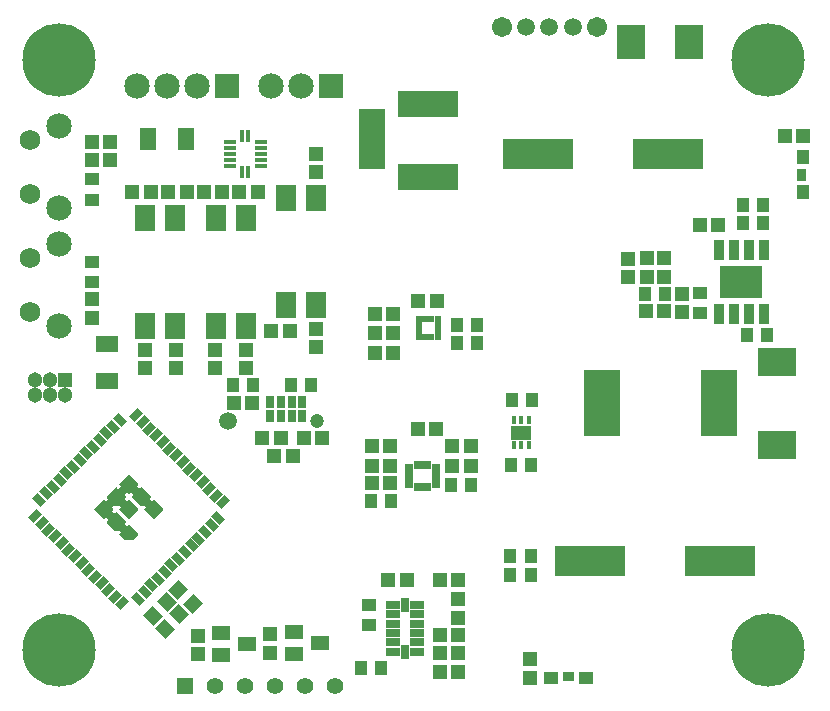
<source format=gts>
G04*
G04 #@! TF.GenerationSoftware,Altium Limited,Altium Designer,24.5.2 (23)*
G04*
G04 Layer_Color=8388736*
%FSLAX25Y25*%
%MOIN*%
G70*
G04*
G04 #@! TF.SameCoordinates,843F1F9D-CF68-4CC6-824C-A0058C937974*
G04*
G04*
G04 #@! TF.FilePolarity,Negative*
G04*
G01*
G75*
%ADD45R,0.02375X0.02375*%
%ADD46R,0.04501X0.04816*%
%ADD47R,0.04902X0.02559*%
%ADD48R,0.02559X0.04902*%
%ADD49R,0.04816X0.04501*%
%ADD50R,0.04737X0.04343*%
%ADD51R,0.04343X0.04737*%
%ADD52R,0.23438X0.10446*%
%ADD53R,0.13005X0.09461*%
%ADD54R,0.12217X0.22060*%
%ADD55R,0.03556X0.06804*%
%ADD56R,0.14383X0.10879*%
%ADD57R,0.05328X0.07493*%
%ADD58R,0.07493X0.05328*%
%ADD59R,0.02769X0.03950*%
%ADD60R,0.09265X0.11824*%
G04:AMPARAMS|DCode=61|XSize=23.75mil|YSize=39.5mil|CornerRadius=0mil|HoleSize=0mil|Usage=FLASHONLY|Rotation=135.000|XOffset=0mil|YOffset=0mil|HoleType=Round|Shape=Rectangle|*
%AMROTATEDRECTD61*
4,1,4,0.02236,0.00557,-0.00557,-0.02236,-0.02236,-0.00557,0.00557,0.02236,0.02236,0.00557,0.0*
%
%ADD61ROTATEDRECTD61*%

G04:AMPARAMS|DCode=62|XSize=39.5mil|YSize=23.75mil|CornerRadius=0mil|HoleSize=0mil|Usage=FLASHONLY|Rotation=135.000|XOffset=0mil|YOffset=0mil|HoleType=Round|Shape=Rectangle|*
%AMROTATEDRECTD62*
4,1,4,0.02236,-0.00557,0.00557,-0.02236,-0.02236,0.00557,-0.00557,0.02236,0.02236,-0.00557,0.0*
%
%ADD62ROTATEDRECTD62*%

G04:AMPARAMS|DCode=63|XSize=47.37mil|YSize=43.43mil|CornerRadius=0mil|HoleSize=0mil|Usage=FLASHONLY|Rotation=135.000|XOffset=0mil|YOffset=0mil|HoleType=Round|Shape=Rectangle|*
%AMROTATEDRECTD63*
4,1,4,0.03210,-0.00139,0.00139,-0.03210,-0.03210,0.00139,-0.00139,0.03210,0.03210,-0.00139,0.0*
%
%ADD63ROTATEDRECTD63*%

%ADD64R,0.06312X0.04737*%
G04:AMPARAMS|DCode=65|XSize=47.37mil|YSize=43.43mil|CornerRadius=0mil|HoleSize=0mil|Usage=FLASHONLY|Rotation=225.000|XOffset=0mil|YOffset=0mil|HoleType=Round|Shape=Rectangle|*
%AMROTATEDRECTD65*
4,1,4,0.00139,0.03210,0.03210,0.00139,-0.00139,-0.03210,-0.03210,-0.00139,0.00139,0.03210,0.0*
%
%ADD65ROTATEDRECTD65*%

%ADD66R,0.01745X0.04343*%
%ADD67R,0.04343X0.01745*%
%ADD68R,0.06706X0.09068*%
%ADD69R,0.03162X0.01981*%
%ADD70R,0.01981X0.03162*%
%ADD71R,0.06929X0.04567*%
%ADD72R,0.01614X0.02598*%
%ADD73C,0.04737*%
%ADD74C,0.05918*%
%ADD75C,0.05131*%
%ADD76R,0.05131X0.05131*%
%ADD77R,0.05603X0.05603*%
%ADD78C,0.05603*%
%ADD79R,0.08477X0.08477*%
%ADD80C,0.08477*%
%ADD81C,0.06863*%
%ADD82C,0.06706*%
%ADD83R,0.08674X0.20485*%
%ADD84R,0.20485X0.08674*%
%ADD85C,0.24422*%
G36*
X42923Y78158D02*
X42975Y78148D01*
X43024Y78131D01*
X43071Y78108D01*
X43115Y78079D01*
X43154Y78044D01*
X45938Y75260D01*
X45973Y75221D01*
X46002Y75177D01*
X46025Y75130D01*
X46042Y75081D01*
X46052Y75029D01*
X46056Y74977D01*
X46052Y74924D01*
X46042Y74873D01*
X46025Y74823D01*
X46002Y74776D01*
X45973Y74733D01*
X45938Y74693D01*
X45526Y74281D01*
X46351Y73456D01*
X46763Y73868D01*
X46803Y73903D01*
X46846Y73932D01*
X46894Y73955D01*
X46943Y73972D01*
X46995Y73982D01*
X47047Y73986D01*
X47099Y73982D01*
X47151Y73972D01*
X47200Y73955D01*
X47216Y73948D01*
X47247Y73932D01*
X47291Y73903D01*
X47330Y73868D01*
X50114Y71084D01*
X50149Y71045D01*
X50178Y71001D01*
X50201Y70954D01*
X50218Y70905D01*
X50228Y70853D01*
X50232Y70801D01*
X50228Y70749D01*
X50218Y70697D01*
X50201Y70648D01*
X50178Y70600D01*
X50149Y70557D01*
X50114Y70517D01*
X49702Y70105D01*
X50527Y69280D01*
X50939Y69692D01*
X50979Y69727D01*
X51022Y69756D01*
X51069Y69779D01*
X51119Y69796D01*
X51170Y69806D01*
X51223Y69810D01*
X51275Y69806D01*
X51326Y69796D01*
X51376Y69779D01*
X51423Y69756D01*
X51467Y69727D01*
X51506Y69692D01*
X54290Y66909D01*
X54325Y66869D01*
X54354Y66825D01*
X54377Y66778D01*
X54394Y66729D01*
X54404Y66677D01*
X54407Y66625D01*
X54404Y66573D01*
X54394Y66521D01*
X54377Y66472D01*
X54354Y66425D01*
X54325Y66381D01*
X54290Y66342D01*
X51506Y63558D01*
X51467Y63523D01*
X51423Y63494D01*
X51376Y63471D01*
X51326Y63454D01*
X51275Y63444D01*
X51223Y63440D01*
X51170Y63444D01*
X51119Y63454D01*
X51069Y63471D01*
X51022Y63494D01*
X50979Y63523D01*
X50939Y63558D01*
X48155Y66342D01*
X48121Y66381D01*
X48092Y66425D01*
X48068Y66472D01*
X48052Y66521D01*
X48041Y66573D01*
X48038Y66625D01*
X48041Y66677D01*
X48052Y66729D01*
X48068Y66778D01*
X48092Y66825D01*
X48121Y66869D01*
X48155Y66909D01*
X48568Y67321D01*
X47743Y68146D01*
X47330Y67734D01*
X47291Y67699D01*
X47247Y67670D01*
X47200Y67647D01*
X47151Y67630D01*
X47099Y67620D01*
X47047Y67616D01*
X46995Y67620D01*
X46943Y67630D01*
X46894Y67647D01*
X46878Y67654D01*
X46846Y67670D01*
X46803Y67699D01*
X46763Y67734D01*
X43979Y70517D01*
X43945Y70557D01*
X43916Y70600D01*
X43893Y70648D01*
X43876Y70697D01*
X43866Y70749D01*
X43862Y70801D01*
X43866Y70853D01*
X43876Y70905D01*
X43893Y70954D01*
X43916Y71001D01*
X43945Y71045D01*
X43979Y71084D01*
X44392Y71497D01*
X43567Y72322D01*
X43154Y71909D01*
X43115Y71875D01*
X43071Y71846D01*
X43025Y71823D01*
X42975Y71806D01*
X42923Y71795D01*
X42871Y71792D01*
X42819Y71795D01*
X42767Y71806D01*
X42718Y71823D01*
X42671Y71846D01*
X42627Y71875D01*
X42588Y71909D01*
X42175Y72322D01*
X41350Y71497D01*
X41763Y71084D01*
X41797Y71045D01*
X41826Y71001D01*
X41849Y70954D01*
X41866Y70905D01*
X41877Y70853D01*
X41880Y70801D01*
X41877Y70749D01*
X41866Y70697D01*
X41849Y70648D01*
X41826Y70600D01*
X41797Y70557D01*
X41763Y70517D01*
X41350Y70105D01*
X42175Y69280D01*
X42588Y69692D01*
X42627Y69727D01*
X42671Y69756D01*
X42718Y69779D01*
X42767Y69796D01*
X42819Y69806D01*
X42871Y69810D01*
X42923Y69806D01*
X42975Y69796D01*
X43024Y69779D01*
X43071Y69756D01*
X43115Y69727D01*
X43154Y69692D01*
X45938Y66909D01*
X45973Y66869D01*
X46002Y66825D01*
X46025Y66778D01*
X46042Y66729D01*
X46052Y66677D01*
X46056Y66625D01*
X46052Y66573D01*
X46042Y66521D01*
X46025Y66472D01*
X46002Y66425D01*
X45973Y66381D01*
X45938Y66342D01*
X43154Y63558D01*
X43115Y63523D01*
X43071Y63494D01*
X43024Y63471D01*
X42975Y63454D01*
X42923Y63444D01*
X42871Y63440D01*
X42819Y63444D01*
X42767Y63454D01*
X42718Y63471D01*
X42671Y63494D01*
X42627Y63523D01*
X42588Y63558D01*
X39804Y66342D01*
X39769Y66381D01*
X39740Y66425D01*
X39717Y66472D01*
X39700Y66521D01*
X39690Y66573D01*
X39686Y66625D01*
X39690Y66677D01*
X39700Y66729D01*
X39717Y66778D01*
X39724Y66794D01*
X39740Y66825D01*
X39769Y66869D01*
X39804Y66909D01*
X40216Y67321D01*
X39391Y68146D01*
X38979Y67734D01*
X38939Y67699D01*
X38896Y67670D01*
X38849Y67647D01*
X38799Y67630D01*
X38748Y67620D01*
X38695Y67616D01*
X38643Y67620D01*
X38592Y67630D01*
X38542Y67647D01*
X38526Y67654D01*
X38495Y67670D01*
X38451Y67699D01*
X38412Y67734D01*
X37999Y68146D01*
X37174Y67321D01*
X37587Y66909D01*
X37621Y66869D01*
X37650Y66825D01*
X37674Y66778D01*
X37690Y66729D01*
X37701Y66677D01*
X37704Y66625D01*
X37701Y66573D01*
X37690Y66521D01*
X37674Y66472D01*
X37650Y66425D01*
X37621Y66381D01*
X37587Y66342D01*
X37174Y65929D01*
X37999Y65104D01*
X38412Y65517D01*
X38451Y65551D01*
X38495Y65580D01*
X38542Y65604D01*
X38592Y65620D01*
X38643Y65631D01*
X38695Y65634D01*
X38748Y65631D01*
X38799Y65620D01*
X38849Y65604D01*
X38896Y65580D01*
X38939Y65551D01*
X38979Y65517D01*
X41763Y62733D01*
X41797Y62693D01*
X41826Y62650D01*
X41849Y62603D01*
X41866Y62553D01*
X41877Y62502D01*
X41880Y62449D01*
X41877Y62397D01*
X41866Y62345D01*
X41849Y62296D01*
X41826Y62249D01*
X41797Y62205D01*
X41763Y62166D01*
X41350Y61753D01*
X42175Y60928D01*
X42588Y61341D01*
X42627Y61375D01*
X42671Y61405D01*
X42718Y61428D01*
X42767Y61444D01*
X42819Y61455D01*
X42871Y61458D01*
X42923Y61455D01*
X42975Y61444D01*
X43024Y61428D01*
X43040Y61420D01*
X43071Y61405D01*
X43115Y61375D01*
X43154Y61341D01*
X45938Y58557D01*
X45973Y58517D01*
X46002Y58474D01*
X46025Y58427D01*
X46042Y58377D01*
X46052Y58326D01*
X46056Y58273D01*
X46052Y58221D01*
X46042Y58170D01*
X46025Y58120D01*
X46002Y58073D01*
X45973Y58029D01*
X45938Y57990D01*
X44546Y56598D01*
X44507Y56564D01*
X44463Y56534D01*
X44416Y56511D01*
X44367Y56494D01*
X44315Y56484D01*
X44263Y56481D01*
X41479D01*
X41427Y56484D01*
X41375Y56494D01*
X41326Y56511D01*
X41279Y56534D01*
X41235Y56564D01*
X41196Y56598D01*
X39804Y57990D01*
X39769Y58029D01*
X39740Y58073D01*
X39717Y58120D01*
X39700Y58170D01*
X39690Y58221D01*
X39686Y58273D01*
X39690Y58326D01*
X39700Y58377D01*
X39717Y58427D01*
X39740Y58474D01*
X39769Y58517D01*
X39804Y58557D01*
X40216Y58969D01*
X39391Y59794D01*
X38979Y59382D01*
X38939Y59347D01*
X38896Y59318D01*
X38849Y59295D01*
X38799Y59278D01*
X38748Y59268D01*
X38695Y59264D01*
X38643Y59268D01*
X38592Y59278D01*
X38542Y59295D01*
X38526Y59303D01*
X38495Y59318D01*
X38451Y59347D01*
X38412Y59382D01*
X35628Y62166D01*
X35593Y62205D01*
X35564Y62249D01*
X35541Y62296D01*
X35524Y62345D01*
X35514Y62397D01*
X35511Y62449D01*
X35514Y62502D01*
X35524Y62553D01*
X35541Y62603D01*
X35564Y62650D01*
X35593Y62693D01*
X35628Y62733D01*
X36040Y63145D01*
X35215Y63970D01*
X34803Y63558D01*
X34763Y63523D01*
X34720Y63494D01*
X34673Y63471D01*
X34623Y63454D01*
X34572Y63444D01*
X34519Y63440D01*
X34467Y63444D01*
X34416Y63454D01*
X34366Y63471D01*
X34319Y63494D01*
X34275Y63523D01*
X34236Y63558D01*
X31452Y66342D01*
X31418Y66381D01*
X31388Y66425D01*
X31365Y66472D01*
X31348Y66521D01*
X31338Y66573D01*
X31335Y66625D01*
X31338Y66677D01*
X31348Y66729D01*
X31365Y66778D01*
X31388Y66825D01*
X31418Y66869D01*
X31452Y66909D01*
X34236Y69692D01*
X34275Y69727D01*
X34319Y69756D01*
X34366Y69779D01*
X34416Y69796D01*
X34467Y69806D01*
X34519Y69810D01*
X34572Y69806D01*
X34623Y69796D01*
X34673Y69779D01*
X34720Y69756D01*
X34763Y69727D01*
X34803Y69692D01*
X35215Y69280D01*
X36040Y70105D01*
X35628Y70517D01*
X35593Y70557D01*
X35564Y70600D01*
X35541Y70648D01*
X35524Y70697D01*
X35514Y70749D01*
X35511Y70801D01*
X35514Y70853D01*
X35524Y70905D01*
X35541Y70954D01*
X35564Y71001D01*
X35593Y71045D01*
X35628Y71084D01*
X38412Y73868D01*
X38451Y73903D01*
X38495Y73932D01*
X38542Y73955D01*
X38592Y73972D01*
X38643Y73982D01*
X38695Y73986D01*
X38748Y73982D01*
X38799Y73972D01*
X38849Y73955D01*
X38896Y73932D01*
X38939Y73903D01*
X38979Y73868D01*
X39391Y73456D01*
X40216Y74281D01*
X39804Y74693D01*
X39769Y74733D01*
X39740Y74776D01*
X39717Y74823D01*
X39700Y74873D01*
X39690Y74924D01*
X39686Y74977D01*
X39690Y75029D01*
X39700Y75081D01*
X39717Y75130D01*
X39740Y75177D01*
X39769Y75221D01*
X39804Y75260D01*
X42588Y78044D01*
X42627Y78079D01*
X42671Y78108D01*
X42718Y78131D01*
X42767Y78148D01*
X42819Y78158D01*
X42871Y78162D01*
X42923Y78158D01*
D02*
G37*
G36*
X191038Y12523D02*
X191089Y12513D01*
X191138Y12496D01*
X191184Y12474D01*
X191227Y12445D01*
X191266Y12411D01*
X191300Y12372D01*
X191328Y12329D01*
X191351Y12283D01*
X191368Y12234D01*
X191378Y12183D01*
X191381Y12132D01*
Y9770D01*
X191378Y9718D01*
X191368Y9668D01*
X191351Y9619D01*
X191328Y9572D01*
X191300Y9529D01*
X191266Y9491D01*
X191227Y9457D01*
X191184Y9428D01*
X191138Y9405D01*
X191089Y9389D01*
X191038Y9379D01*
X190987Y9375D01*
X187837D01*
X187786Y9379D01*
X187735Y9389D01*
X187686Y9405D01*
X187640Y9428D01*
X187597Y9457D01*
X187558Y9491D01*
X187524Y9529D01*
X187496Y9572D01*
X187473Y9619D01*
X187456Y9668D01*
X187446Y9718D01*
X187443Y9770D01*
Y12132D01*
X187446Y12183D01*
X187456Y12234D01*
X187473Y12283D01*
X187496Y12329D01*
X187524Y12372D01*
X187558Y12411D01*
X187597Y12445D01*
X187640Y12474D01*
X187686Y12496D01*
X187735Y12513D01*
X187786Y12523D01*
X187837Y12526D01*
X190987D01*
X191038Y12523D01*
D02*
G37*
G36*
X268359Y180116D02*
X268409Y180105D01*
X268458Y180089D01*
X268504Y180066D01*
X268547Y180037D01*
X268586Y180003D01*
X268620Y179965D01*
X268649Y179922D01*
X268672Y179875D01*
X268688Y179826D01*
X268698Y179776D01*
X268702Y179724D01*
Y176575D01*
X268698Y176523D01*
X268688Y176473D01*
X268672Y176424D01*
X268649Y176377D01*
X268620Y176335D01*
X268586Y176296D01*
X268547Y176262D01*
X268504Y176233D01*
X268458Y176210D01*
X268409Y176194D01*
X268359Y176184D01*
X268307Y176180D01*
X265945D01*
X265893Y176184D01*
X265843Y176194D01*
X265794Y176210D01*
X265748Y176233D01*
X265705Y176262D01*
X265666Y176296D01*
X265632Y176335D01*
X265603Y176377D01*
X265580Y176424D01*
X265564Y176473D01*
X265554Y176523D01*
X265550Y176575D01*
Y179724D01*
X265554Y179776D01*
X265564Y179826D01*
X265580Y179875D01*
X265603Y179922D01*
X265632Y179965D01*
X265666Y180003D01*
X265705Y180037D01*
X265748Y180066D01*
X265794Y180089D01*
X265843Y180105D01*
X265893Y180116D01*
X265945Y180119D01*
X268307D01*
X268359Y180116D01*
D02*
G37*
D45*
X139567Y125984D02*
D03*
Y124016D02*
D03*
Y127953D02*
D03*
Y129921D02*
D03*
X143701Y124016D02*
D03*
X141732D02*
D03*
X145866D02*
D03*
X143701Y129921D02*
D03*
X141732D02*
D03*
X145866Y125984D02*
D03*
Y129921D02*
D03*
Y127953D02*
D03*
D46*
X146496Y24606D02*
D03*
X152717D02*
D03*
X129278Y43143D02*
D03*
X135498D02*
D03*
X152717D02*
D03*
X146496D02*
D03*
X146496Y18701D02*
D03*
X152717D02*
D03*
Y12368D02*
D03*
X146496D02*
D03*
X267717Y190945D02*
D03*
X261496D02*
D03*
X215170Y132601D02*
D03*
X221390D02*
D03*
X233110Y161417D02*
D03*
X239331D02*
D03*
X77814Y102057D02*
D03*
X84034D02*
D03*
X87335Y90285D02*
D03*
X93556D02*
D03*
X97570Y84399D02*
D03*
X91349D02*
D03*
X101093Y90536D02*
D03*
X107314D02*
D03*
X124843Y131890D02*
D03*
X131063D02*
D03*
Y125236D02*
D03*
X124843D02*
D03*
X139336Y136099D02*
D03*
X145556D02*
D03*
X124843Y118752D02*
D03*
X131063D02*
D03*
X96614Y125984D02*
D03*
X90394D02*
D03*
X79567Y172244D02*
D03*
X85787D02*
D03*
X67756D02*
D03*
X73976D02*
D03*
X43976D02*
D03*
X50197D02*
D03*
X55945D02*
D03*
X62165D02*
D03*
X123858Y81089D02*
D03*
X130079D02*
D03*
X123858Y75246D02*
D03*
X130079D02*
D03*
X156796Y87598D02*
D03*
X150576D02*
D03*
X145377Y93379D02*
D03*
X139157D02*
D03*
X123858Y87598D02*
D03*
X130079D02*
D03*
X156796Y81089D02*
D03*
X150576D02*
D03*
D47*
X130905Y34843D02*
D03*
Y31693D02*
D03*
Y28543D02*
D03*
Y25394D02*
D03*
Y22244D02*
D03*
Y19094D02*
D03*
X138858Y34843D02*
D03*
Y31693D02*
D03*
Y28543D02*
D03*
Y25394D02*
D03*
Y22244D02*
D03*
Y19094D02*
D03*
D48*
X134882Y34882D02*
D03*
Y19055D02*
D03*
D49*
X152559Y36575D02*
D03*
Y30354D02*
D03*
X176525Y10552D02*
D03*
Y16772D02*
D03*
X209106Y150151D02*
D03*
Y143931D02*
D03*
X215485Y144121D02*
D03*
Y150341D02*
D03*
X221390Y144121D02*
D03*
Y150341D02*
D03*
X227281Y132277D02*
D03*
Y138498D02*
D03*
X48337Y119864D02*
D03*
Y113644D02*
D03*
X58474Y113644D02*
D03*
Y119864D02*
D03*
X71536Y119864D02*
D03*
Y113644D02*
D03*
X81984D02*
D03*
Y119864D02*
D03*
X105315Y120607D02*
D03*
Y126828D02*
D03*
X65831Y18310D02*
D03*
Y24530D02*
D03*
X89873Y18852D02*
D03*
Y25073D02*
D03*
X105315Y185197D02*
D03*
Y178976D02*
D03*
X30512Y136658D02*
D03*
Y130438D02*
D03*
X36417Y182913D02*
D03*
Y189134D02*
D03*
X30512Y189134D02*
D03*
Y182913D02*
D03*
D50*
X123031Y34843D02*
D03*
Y28150D02*
D03*
X195317Y10360D02*
D03*
X183506D02*
D03*
X233186Y132041D02*
D03*
Y138734D02*
D03*
X30512Y142319D02*
D03*
Y149012D02*
D03*
X30512Y176575D02*
D03*
Y169882D02*
D03*
D51*
X267717Y184055D02*
D03*
Y172244D02*
D03*
X177067Y81397D02*
D03*
X170374D02*
D03*
X248933Y124636D02*
D03*
X255626D02*
D03*
X214933Y138380D02*
D03*
X221626D02*
D03*
X176761Y51055D02*
D03*
X170068D02*
D03*
X170068Y44667D02*
D03*
X176761D02*
D03*
X254195Y162046D02*
D03*
X247502D02*
D03*
X247502Y168054D02*
D03*
X254195D02*
D03*
X103634Y108002D02*
D03*
X96941D02*
D03*
X77578Y108002D02*
D03*
X84270D02*
D03*
X152165Y122047D02*
D03*
X158858D02*
D03*
X152165Y127953D02*
D03*
X158858D02*
D03*
X120257Y13662D02*
D03*
X126950D02*
D03*
X123622Y69358D02*
D03*
X130315D02*
D03*
X157033Y74803D02*
D03*
X150340D02*
D03*
X170571Y102965D02*
D03*
X177264D02*
D03*
D52*
X239933Y49434D02*
D03*
X196626D02*
D03*
X179134Y185039D02*
D03*
X222441D02*
D03*
D53*
X258777Y88143D02*
D03*
Y115702D02*
D03*
D54*
X239491Y102022D02*
D03*
X200514D02*
D03*
D55*
X254466Y152954D02*
D03*
X249466D02*
D03*
X244466D02*
D03*
X239466D02*
D03*
Y131600D02*
D03*
X244466D02*
D03*
X249466D02*
D03*
X254466D02*
D03*
D56*
X246966Y142277D02*
D03*
D57*
X61752Y189924D02*
D03*
X49350D02*
D03*
D58*
X35427Y121852D02*
D03*
Y109451D02*
D03*
D59*
X90052Y102490D02*
D03*
X93595D02*
D03*
X97138D02*
D03*
X100681D02*
D03*
Y97766D02*
D03*
X97138D02*
D03*
X93595D02*
D03*
X90052D02*
D03*
D60*
X210294Y222247D02*
D03*
X229625D02*
D03*
D61*
X40505Y35306D02*
D03*
X38278Y37534D02*
D03*
X36051Y39761D02*
D03*
X33823Y41988D02*
D03*
X31596Y44215D02*
D03*
X29369Y46442D02*
D03*
X27142Y48669D02*
D03*
X24915Y50896D02*
D03*
X22688Y53123D02*
D03*
X20461Y55350D02*
D03*
X18234Y57577D02*
D03*
X16006Y59805D02*
D03*
X13779Y62032D02*
D03*
X11552Y64259D02*
D03*
X45237Y97944D02*
D03*
X47464Y95717D02*
D03*
X49692Y93490D02*
D03*
X51919Y91263D02*
D03*
X54146Y89035D02*
D03*
X56373Y86808D02*
D03*
X58600Y84581D02*
D03*
X60827Y82354D02*
D03*
X63054Y80127D02*
D03*
X65281Y77900D02*
D03*
X67508Y75673D02*
D03*
X69735Y73446D02*
D03*
X71963Y71219D02*
D03*
X74190Y68991D02*
D03*
D62*
X13083Y69687D02*
D03*
X15311Y71914D02*
D03*
X17538Y74142D02*
D03*
X19765Y76369D02*
D03*
X21992Y78596D02*
D03*
X24219Y80823D02*
D03*
X26446Y83050D02*
D03*
X28673Y85277D02*
D03*
X30900Y87504D02*
D03*
X33127Y89731D02*
D03*
X35355Y91958D02*
D03*
X37582Y94186D02*
D03*
X39809Y96413D02*
D03*
X72659Y63563D02*
D03*
X70432Y61336D02*
D03*
X68204Y59109D02*
D03*
X65977Y56881D02*
D03*
X63750Y54654D02*
D03*
X61523Y52427D02*
D03*
X59296Y50200D02*
D03*
X57069Y47973D02*
D03*
X54842Y45746D02*
D03*
X52615Y43519D02*
D03*
X50388Y41292D02*
D03*
X48160Y39065D02*
D03*
X45933Y36838D02*
D03*
D63*
X55639Y35766D02*
D03*
X50906Y31033D02*
D03*
X59739Y31608D02*
D03*
X55007Y26875D02*
D03*
D64*
X82087Y21654D02*
D03*
X73425Y17913D02*
D03*
Y25394D02*
D03*
X106502Y22024D02*
D03*
X97841Y18284D02*
D03*
Y25765D02*
D03*
D65*
X59380Y39876D02*
D03*
X64113Y35143D02*
D03*
D66*
X80709Y191142D02*
D03*
Y178937D02*
D03*
X82677D02*
D03*
Y191142D02*
D03*
D67*
X76575Y188976D02*
D03*
Y187008D02*
D03*
Y185039D02*
D03*
Y183071D02*
D03*
Y181102D02*
D03*
X86811D02*
D03*
Y183071D02*
D03*
Y185039D02*
D03*
Y187008D02*
D03*
Y188976D02*
D03*
D68*
X105394Y134646D02*
D03*
X95394D02*
D03*
Y170472D02*
D03*
X105394D02*
D03*
X81772Y127756D02*
D03*
X71772D02*
D03*
Y163583D02*
D03*
X81772D02*
D03*
X58150Y127756D02*
D03*
X48150D02*
D03*
Y163583D02*
D03*
X58150D02*
D03*
D69*
X136221Y80709D02*
D03*
Y78740D02*
D03*
Y76772D02*
D03*
Y74803D02*
D03*
X145276D02*
D03*
Y76772D02*
D03*
Y78740D02*
D03*
Y80709D02*
D03*
D70*
X138779Y74213D02*
D03*
X140748D02*
D03*
X142717D02*
D03*
Y81299D02*
D03*
X140748D02*
D03*
X138779D02*
D03*
D71*
X173721Y92114D02*
D03*
D72*
X176279Y87980D02*
D03*
X173721D02*
D03*
X171161D02*
D03*
Y96248D02*
D03*
X173721D02*
D03*
X176279D02*
D03*
D73*
X105493Y95968D02*
D03*
D74*
X76005D02*
D03*
X190945Y227362D02*
D03*
X183071D02*
D03*
X175197D02*
D03*
D75*
X11732Y104783D02*
D03*
Y109783D02*
D03*
X16732Y104783D02*
D03*
Y109783D02*
D03*
X21732Y104783D02*
D03*
D76*
Y109783D02*
D03*
D77*
X61639Y7841D02*
D03*
D78*
X71639D02*
D03*
X81639D02*
D03*
X91639D02*
D03*
X101639D02*
D03*
X111639D02*
D03*
D79*
X110394Y207677D02*
D03*
X75437Y207677D02*
D03*
D80*
X100394Y207677D02*
D03*
X90394D02*
D03*
X45436Y207677D02*
D03*
X65437D02*
D03*
X55436D02*
D03*
X19740Y166945D02*
D03*
Y194543D02*
D03*
Y127575D02*
D03*
Y155173D02*
D03*
D81*
X9937Y171886D02*
D03*
Y189602D02*
D03*
Y132516D02*
D03*
Y150232D02*
D03*
D82*
X198819Y227362D02*
D03*
X167323D02*
D03*
D83*
X124016Y189961D02*
D03*
D84*
X142520Y201772D02*
D03*
Y177362D02*
D03*
D85*
X255906Y216535D02*
D03*
X19685Y19685D02*
D03*
Y216535D02*
D03*
X255906Y19685D02*
D03*
M02*

</source>
